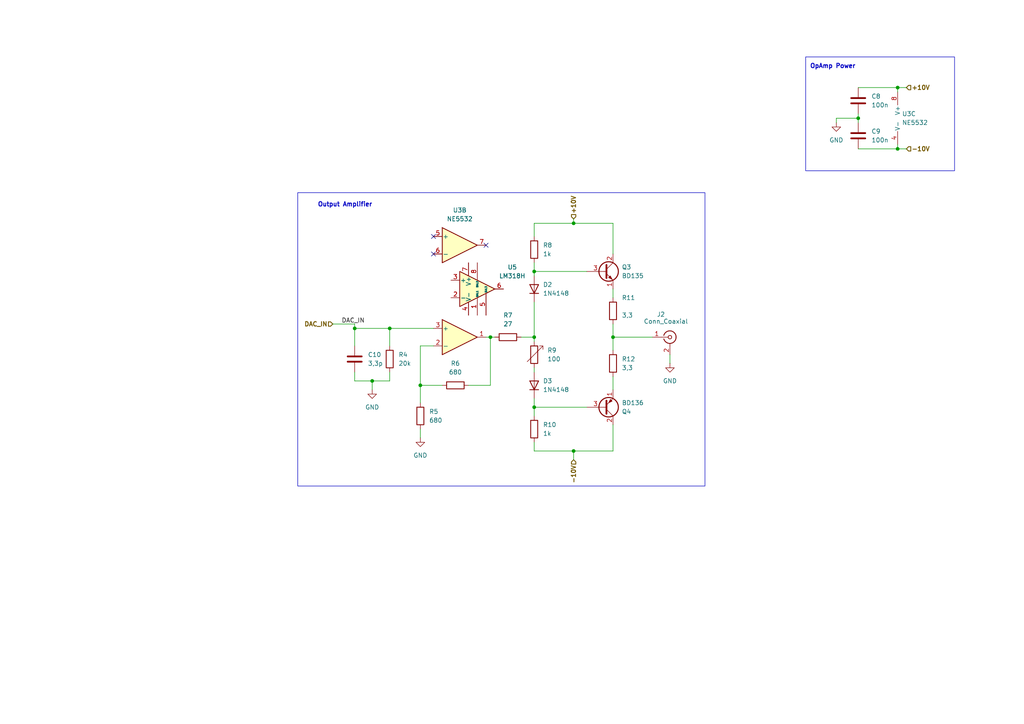
<source format=kicad_sch>
(kicad_sch (version 20231120) (generator "eeschema") (generator_version "8.0")
  (paper "A4")
  (lib_symbols
    (symbol "Amplifier_Operational:LM318H" (pin_names (offset 0.127))
      (property "Reference" "U" (at 3.81 3.81 0))
      (property "Value" "LM318H" (at 3.81 -3.81 0))
      (symbol "LM318H_0_1"
        (polyline (pts (xy 5.08 0) (xy -5.08 5.08) (xy -5.08 -5.08) (xy 5.08 0)) (stroke (width 0.254)) (fill (type background)))
      )
      (symbol "LM318H_1_1"
        (pin passive line (at 0 -7.62 90) (length 5.08) (name "BAL1") (number "1"))
        (pin input line (at -7.62 -2.54 0) (length 2.54) (name "-") (number "2"))
        (pin input line (at -7.62 2.54 0) (length 2.54) (name "+") (number "3"))
        (pin power_in line (at -2.54 -7.62 90) (length 3.81) (name "V-") (number "4"))
        (pin passive line (at 2.54 -7.62 90) (length 6.35) (name "BAL3") (number "5"))
        (pin output line (at 7.62 0 180) (length 2.54) (name "~") (number "6"))
        (pin power_in line (at -2.54 7.62 270) (length 3.81) (name "V+") (number "7"))
        (pin passive line (at 0 7.62 270) (length 5.08) (name "BAL2") (number "8"))
      )
    )
    (symbol "Amplifier_Operational:NE5532" (pin_names (offset 0.127))
      (property "Reference" "U" (at 0 5.08 0))
      (property "Value" "NE5532" (at 0 -5.08 0))
      (symbol "NE5532_1_1"
        (polyline (pts (xy -5.08 5.08) (xy 5.08 0) (xy -5.08 -5.08) (xy -5.08 5.08)) (stroke (width 0.254)) (fill (type background)))
        (pin output line (at 7.62 0 180) (length 2.54) (name "~") (number "1"))
        (pin input line (at -7.62 -2.54 0) (length 2.54) (name "-") (number "2"))
        (pin input line (at -7.62 2.54 0) (length 2.54) (name "+") (number "3"))
      )
      (symbol "NE5532_2_1"
        (polyline (pts (xy -5.08 5.08) (xy 5.08 0) (xy -5.08 -5.08) (xy -5.08 5.08)) (stroke (width 0.254)) (fill (type background)))
        (pin input line (at -7.62 2.54 0) (length 2.54) (name "+") (number "5"))
        (pin input line (at -7.62 -2.54 0) (length 2.54) (name "-") (number "6"))
        (pin output line (at 7.62 0 180) (length 2.54) (name "~") (number "7"))
      )
      (symbol "NE5532_3_1"
        (pin power_in line (at -2.54 -7.62 90) (length 3.81) (name "V-") (number "4"))
        (pin power_in line (at -2.54 7.62 270) (length 3.81) (name "V+") (number "8"))
      )
    )
    (symbol "Connector:Conn_Coaxial" (pin_names (offset 1.016) hide)
      (property "Reference" "J" (at 0.254 3.048 0))
      (property "Value" "Conn_Coaxial" (at 2.921 0 90))
      (symbol "Conn_Coaxial_0_1"
        (arc (start -1.778 -0.508) (mid 0.2311 -1.8066) (end 1.778 0) (stroke (width 0.254)))
        (polyline (pts (xy -2.54 0) (xy -0.508 0)))
        (polyline (pts (xy 0 -2.54) (xy 0 -1.778)))
        (circle (center 0 0) (radius 0.508) (stroke (width 0.2032)))
        (arc (start 1.778 0) (mid 0.2099 1.8101) (end -1.778 0.508) (stroke (width 0.254)))
      )
      (symbol "Conn_Coaxial_1_1"
        (pin passive line (at -5.08 0 0) (length 2.54) (name "In") (number "1"))
        (pin passive line (at 0 -5.08 90) (length 2.54) (name "Ext") (number "2"))
      )
    )
    (symbol "Device:C" (pin_numbers hide) (pin_names (offset 0.254))
      (property "Reference" "C" (at 0.635 2.54 0))
      (property "Value" "C" (at 0.635 -2.54 0))
      (symbol "C_0_1"
        (polyline (pts (xy -2.032 -0.762) (xy 2.032 -0.762)) (stroke (width 0.508)))
        (polyline (pts (xy -2.032 0.762) (xy 2.032 0.762)) (stroke (width 0.508)))
      )
      (symbol "C_1_1"
        (pin passive line (at 0 3.81 270) (length 2.794) (name "~") (number "1"))
        (pin passive line (at 0 -3.81 90) (length 2.794) (name "~") (number "2"))
      )
    )
    (symbol "Device:R" (pin_numbers hide) (pin_names (offset 0))
      (property "Reference" "R" (at 2.032 0 90))
      (property "Value" "R" (at 0 0 90))
      (symbol "R_0_1"
        (rectangle (start -1.016 -2.54) (end 1.016 2.54) (stroke (width 0.254)))
      )
      (symbol "R_1_1"
        (pin passive line (at 0 3.81 270) (length 1.27) (name "~") (number "1"))
        (pin passive line (at 0 -3.81 90) (length 1.27) (name "~") (number "2"))
      )
    )
    (symbol "Device:R_Variable" (pin_numbers hide) (pin_names (offset 0))
      (property "Reference" "R" (at 2.54 -2.54 90))
      (property "Value" "R_Variable" (at -2.54 -1.27 90))
      (symbol "R_Variable_0_1"
        (rectangle (start -1.016 -2.54) (end 1.016 2.54) (stroke (width 0.254)))
        (polyline (pts (xy 2.54 1.524) (xy 2.54 2.54) (xy 1.524 2.54) (xy 2.54 2.54) (xy -2.032 -2.032)))
      )
      (symbol "R_Variable_1_1"
        (pin passive line (at 0 3.81 270) (length 1.27) (name "~") (number "1"))
        (pin passive line (at 0 -3.81 90) (length 1.27) (name "~") (number "2"))
      )
    )
    (symbol "Diode:1N4148" (pin_numbers hide) (pin_names hide)
      (property "Reference" "D" (at 0 2.54 0))
      (property "Value" "1N4148" (at 0 -2.54 0))
      (symbol "1N4148_0_1"
        (polyline (pts (xy -1.27 1.27) (xy -1.27 -1.27)) (stroke (width 0.254)))
        (polyline (pts (xy 1.27 0) (xy -1.27 0)))
        (polyline (pts (xy 1.27 1.27) (xy 1.27 -1.27) (xy -1.27 0) (xy 1.27 1.27)) (stroke (width 0.254)))
      )
      (symbol "1N4148_1_1"
        (pin passive line (at -3.81 0 0) (length 2.54) (name "K") (number "1"))
        (pin passive line (at 3.81 0 180) (length 2.54) (name "A") (number "2"))
      )
    )
    (symbol "Transistor_BJT:BD135" (pin_names (offset 0) hide)
      (property "Reference" "Q" (at 5.08 1.905 0))
      (property "Value" "BD135" (at 5.08 0 0))
      (symbol "BD135_0_1"
        (polyline (pts (xy 0 0) (xy 0.635 0)))
        (polyline (pts (xy 2.54 -2.54) (xy 0.635 -0.635)))
        (polyline (pts (xy 2.54 2.54) (xy 0.635 0.635)))
        (polyline (pts (xy 0.635 1.905) (xy 0.635 -1.905) (xy 0.635 -1.905)) (stroke (width 0.508)) (fill (type outline)))
        (polyline (pts (xy 1.2446 -1.778) (xy 1.7526 -1.27) (xy 2.286 -2.286) (xy 1.2446 -1.778) (xy 1.2446 -1.778)) (fill (type outline)))
        (circle (center 1.27 0) (radius 2.8194) (stroke (width 0.3048)))
      )
      (symbol "BD135_1_1"
        (pin passive line (at 2.54 -5.08 90) (length 2.54) (name "E") (number "1"))
        (pin passive line (at 2.54 5.08 270) (length 2.54) (name "C") (number "2"))
        (pin input line (at -5.08 0 0) (length 5.08) (name "B") (number "3"))
      )
    )
    (symbol "Transistor_BJT:BD136" (pin_names (offset 0) hide)
      (property "Reference" "Q" (at 5.08 1.905 0))
      (property "Value" "BD136" (at 5.08 0 0))
      (symbol "BD136_0_1"
        (polyline (pts (xy 0 0) (xy 0.635 0)))
        (polyline (pts (xy 2.54 -2.54) (xy 0.635 -0.635)))
        (polyline (pts (xy 2.54 2.54) (xy 0.635 0.635)))
        (polyline (pts (xy 0.635 1.905) (xy 0.635 -1.905) (xy 0.635 -1.905)) (stroke (width 0.508)) (fill (type outline)))
        (polyline (pts (xy 1.778 -2.286) (xy 2.286 -1.778) (xy 1.27 -1.27) (xy 1.778 -2.286) (xy 1.778 -2.286)) (fill (type outline)))
        (circle (center 1.27 0) (radius 2.8194) (stroke (width 0.3048)))
      )
      (symbol "BD136_1_1"
        (pin passive line (at 2.54 -5.08 90) (length 2.54) (name "E") (number "1"))
        (pin passive line (at 2.54 5.08 270) (length 2.54) (name "C") (number "2"))
        (pin input line (at -5.08 0 0) (length 5.08) (name "B") (number "3"))
      )
    )
    (symbol "power:GND" (power) (pin_numbers hide) (pin_names (offset 0) hide)
      (property "Value" "GND" (at 0 -3.81 0))
      (symbol "GND_0_1"
        (polyline (pts (xy 0 0) (xy 0 -1.27) (xy 1.27 -1.27) (xy 0 -2.54) (xy -1.27 -1.27) (xy 0 -1.27)))
      )
      (symbol "GND_1_1"
        (pin power_in line (at 0 0 270) (length 0) (name "~") (number "1"))
      )
    )
  )
  (junction (at 166.37 64.77))
  (junction (at 260.35 25.4))
  (junction (at 154.94 118.11))
  (junction (at 166.37 130.81))
  (junction (at 248.92 34.29))
  (junction (at 107.95 110.49))
  (junction (at 121.92 111.76))
  (junction (at 154.94 97.79))
  (junction (at 177.8 97.79))
  (junction (at 102.87 95.25))
  (junction (at 142.24 97.79))
  (junction (at 113.03 95.25))
  (junction (at 260.35 43.18))
  (junction (at 154.94 78.74))
  (no_connect (at 140.97 71.12))
  (no_connect (at 125.73 73.66))
  (no_connect (at 125.73 68.58))
  (wire (pts (xy 154.94 107.95) (xy 154.94 106.68)))
  (wire (pts (xy 262.89 43.18) (xy 260.35 43.18)))
  (wire (pts (xy 177.8 93.98) (xy 177.8 97.79)))
  (wire (pts (xy 154.94 120.65) (xy 154.94 118.11)))
  (wire (pts (xy 248.92 34.29) (xy 248.92 35.56)))
  (wire (pts (xy 177.8 109.22) (xy 177.8 113.03)))
  (wire (pts (xy 107.95 110.49) (xy 113.03 110.49)))
  (wire (pts (xy 154.94 64.77) (xy 166.37 64.77)))
  (wire (pts (xy 96.52 93.98) (xy 102.87 93.98)))
  (wire (pts (xy 154.94 87.63) (xy 154.94 97.79)))
  (wire (pts (xy 154.94 130.81) (xy 154.94 128.27)))
  (wire (pts (xy 166.37 64.77) (xy 177.8 64.77)))
  (wire (pts (xy 242.57 34.29) (xy 248.92 34.29)))
  (wire (pts (xy 121.92 100.33) (xy 121.92 111.76)))
  (wire (pts (xy 121.92 124.46) (xy 121.92 127)))
  (wire (pts (xy 125.73 95.25) (xy 113.03 95.25)))
  (wire (pts (xy 154.94 78.74) (xy 154.94 80.01)))
  (wire (pts (xy 177.8 130.81) (xy 177.8 123.19)))
  (wire (pts (xy 151.13 97.79) (xy 154.94 97.79)))
  (wire (pts (xy 177.8 97.79) (xy 189.23 97.79)))
  (wire (pts (xy 260.35 25.4) (xy 262.89 25.4)))
  (wire (pts (xy 154.94 64.77) (xy 154.94 68.58)))
  (wire (pts (xy 102.87 95.25) (xy 113.03 95.25)))
  (wire (pts (xy 248.92 25.4) (xy 260.35 25.4)))
  (wire (pts (xy 194.31 102.87) (xy 194.31 105.41)))
  (wire (pts (xy 125.73 100.33) (xy 121.92 100.33)))
  (wire (pts (xy 166.37 130.81) (xy 177.8 130.81)))
  (wire (pts (xy 102.87 93.98) (xy 102.87 95.25)))
  (wire (pts (xy 107.95 110.49) (xy 107.95 113.03)))
  (wire (pts (xy 113.03 95.25) (xy 113.03 100.33)))
  (wire (pts (xy 102.87 95.25) (xy 102.87 100.33)))
  (wire (pts (xy 102.87 110.49) (xy 107.95 110.49)))
  (wire (pts (xy 166.37 63.5) (xy 166.37 64.77)))
  (wire (pts (xy 177.8 97.79) (xy 177.8 101.6)))
  (wire (pts (xy 154.94 118.11) (xy 154.94 115.57)))
  (wire (pts (xy 177.8 64.77) (xy 177.8 73.66)))
  (wire (pts (xy 142.24 97.79) (xy 142.24 111.76)))
  (wire (pts (xy 154.94 118.11) (xy 170.18 118.11)))
  (wire (pts (xy 166.37 130.81) (xy 166.37 133.35)))
  (wire (pts (xy 154.94 78.74) (xy 170.18 78.74)))
  (wire (pts (xy 260.35 25.4) (xy 260.35 26.67)))
  (wire (pts (xy 135.89 111.76) (xy 142.24 111.76)))
  (wire (pts (xy 248.92 43.18) (xy 260.35 43.18)))
  (wire (pts (xy 140.97 97.79) (xy 142.24 97.79)))
  (wire (pts (xy 128.27 111.76) (xy 121.92 111.76)))
  (wire (pts (xy 121.92 111.76) (xy 121.92 116.84)))
  (wire (pts (xy 154.94 130.81) (xy 166.37 130.81)))
  (wire (pts (xy 102.87 107.95) (xy 102.87 110.49)))
  (wire (pts (xy 242.57 35.56) (xy 242.57 34.29)))
  (wire (pts (xy 142.24 97.79) (xy 143.51 97.79)))
  (wire (pts (xy 154.94 99.06) (xy 154.94 97.79)))
  (wire (pts (xy 177.8 83.82) (xy 177.8 86.36)))
  (wire (pts (xy 248.92 33.02) (xy 248.92 34.29)))
  (wire (pts (xy 113.03 107.95) (xy 113.03 110.49)))
  (wire (pts (xy 260.35 41.91) (xy 260.35 43.18)))
  (wire (pts (xy 154.94 76.2) (xy 154.94 78.74)))
  (rectangle (start 233.68 16.51) (end 276.86 49.53))
  (rectangle (start 86.36 55.88) (end 204.47 140.97))
  (text "OpAmp Power\n" (at 241.554 19.304 0) (effects (font (size 1.27 1.27) (thickness 0.254) (bold yes))))
  (text "Output Amplifier" (at 100.076 59.436 0) (effects (font (size 1.27 1.27) (bold yes))))
  (label "DAC_IN" (at 99.06 93.98 0))
  (hierarchical_label "DAC_IN" (shape input) (at 96.52 93.98 180) (effects (font (thickness 0.254) (bold yes))))
  (hierarchical_label "-10V" (shape input) (at 262.89 43.18 0) (effects (font (thickness 0.254) (bold yes))))
  (hierarchical_label "-10V" (shape input) (at 166.37 133.35 270) (effects (font (thickness 0.254) (bold yes))))
  (hierarchical_label "+10V" (shape input) (at 262.89 25.4 0) (effects (font (thickness 0.254) (bold yes))))
  (hierarchical_label "+10V" (shape input) (at 166.37 63.5 90) (effects (font (thickness 0.254) (bold yes))))
  (symbol (lib_id "Device:R") (at 113.03 104.14 180) (unit 1)
    (property "Reference" "R4" (at 115.57 102.8699 0) (effects (justify right)))
    (property "Value" "20k" (at 115.57 105.4099 0) (effects (justify right)))
    (property "Footprint" "Resistor_SMD:R_0805_2012Metric_Pad1.20x1.40mm_HandSolder" (effects (hide yes)))
    (property "Description" "Resistor" (effects (hide yes)))
  )
  (symbol (lib_id "Connector:Conn_Coaxial") (at 194.31 97.79 0) (unit 1)
    (property "Reference" "J2" (at 190.5 91.186 0) (effects (justify left)))
    (property "Value" "Conn_Coaxial" (at 186.69 93.218 0) (effects (justify left)))
    (property "Datasheet" " ~" (effects (hide yes)))
    (property "Description" "coaxial connector (BNC, SMA, SMB, SMC, Cinch/RCA, LEMO, ...)" (effects (hide yes)))
  )
  (symbol (lib_id "Device:C") (at 248.92 39.37 0) (unit 1)
    (property "Reference" "C9" (at 252.73 38.0999 0) (effects (justify left)))
    (property "Value" "100n" (at 252.73 40.6399 0) (effects (justify left)))
    (property "Footprint" "Capacitor_SMD:C_0805_2012Metric_Pad1.18x1.45mm_HandSolder" (effects (hide yes)))
    (property "Description" "Unpolarized capacitor" (effects (hide yes)))
  )
  (symbol (lib_id "Device:C") (at 248.92 29.21 0) (unit 1)
    (property "Reference" "C8" (at 252.73 27.9399 0) (effects (justify left)))
    (property "Value" "100n" (at 252.73 30.4799 0) (effects (justify left)))
    (property "Footprint" "Capacitor_SMD:C_0805_2012Metric_Pad1.18x1.45mm_HandSolder" (effects (hide yes)))
    (property "Description" "Unpolarized capacitor" (effects (hide yes)))
  )
  (symbol (lib_id "Transistor_BJT:BD135") (at 175.26 78.74 0) (unit 1)
    (property "Reference" "Q3" (at 180.34 77.4699 0) (effects (justify left)))
    (property "Value" "BD135" (at 180.34 80.0099 0) (effects (justify left)))
    (property "Footprint" "Package_TO_SOT_THT:TO-126-3_Vertical" (effects (hide yes)))
    (property "Datasheet" "http://www.st.com/internet/com/TECHNICAL_RESOURCES/TECHNICAL_LITERATURE/DATASHEET/CD00001225.pdf" (effects (hide yes)))
    (property "Description" "1.5A Ic, 45V Vce, Low Voltage Transistor, TO-126" (effects (hide yes)))
  )
  (symbol (lib_id "Amplifier_Operational:NE5532") (at 133.35 71.12 0) (unit 2)
    (property "Reference" "U3" (at 133.35 60.96 0))
    (property "Value" "NE5532" (at 133.35 63.5 0))
    (property "Datasheet" "http://www.ti.com/lit/ds/symlink/ne5532.pdf" (effects (hide yes)))
    (property "Description" "Dual Low-Noise Operational Amplifiers, DIP-8/SOIC-8" (effects (hide yes)))
  )
  (symbol (lib_id "Device:R") (at 147.32 97.79 90) (unit 1)
    (property "Reference" "R7" (at 147.32 91.44 90))
    (property "Value" "27" (at 147.32 93.98 90))
    (property "Footprint" "Resistor_SMD:R_0805_2012Metric_Pad1.20x1.40mm_HandSolder" (effects (hide yes)))
    (property "Description" "Resistor" (effects (hide yes)))
  )
  (symbol (lib_id "Transistor_BJT:BD136") (at 175.26 118.11 0) (mirror x) (unit 1)
    (property "Reference" "Q4" (at 180.34 119.3801 0) (effects (justify left)))
    (property "Value" "BD136" (at 180.34 116.8401 0) (effects (justify left)))
    (property "Footprint" "Package_TO_SOT_THT:TO-126-3_Vertical" (effects (hide yes)))
    (property "Datasheet" "http://www.st.com/internet/com/TECHNICAL_RESOURCES/TECHNICAL_LITERATURE/DATASHEET/CD00001225.pdf" (effects (hide yes)))
    (property "Description" "1.5A Ic, 45V Vce, Low Voltage Transistor, TO-126" (effects (hide yes)))
  )
  (symbol (lib_id "Amplifier_Operational:NE5532") (at 262.89 34.29 0) (unit 3)
    (property "Reference" "U3" (at 261.62 33.0199 0) (effects (justify left)))
    (property "Value" "NE5532" (at 261.62 35.5599 0) (effects (justify left)))
    (property "Datasheet" "http://www.ti.com/lit/ds/symlink/ne5532.pdf" (effects (hide yes)))
    (property "Description" "Dual Low-Noise Operational Amplifiers, DIP-8/SOIC-8" (effects (hide yes)))
  )
  (symbol (lib_id "Device:R") (at 177.8 90.17 180) (unit 1)
    (property "Reference" "R11" (at 180.34 86.3599 0) (effects (justify right)))
    (property "Value" "3,3" (at 180.34 91.4399 0) (effects (justify right)))
    (property "Footprint" "Resistor_SMD:R_0805_2012Metric_Pad1.20x1.40mm_HandSolder" (effects (hide yes)))
    (property "Description" "Resistor" (effects (hide yes)))
  )
  (symbol (lib_id "Amplifier_Operational:LM318H") (at 138.43 83.82 0) (unit 1)
    (property "Reference" "U5" (at 148.59 77.5014 0))
    (property "Value" "LM318H" (at 148.59 80.0414 0))
    (property "Footprint" "Package_DIP:DIP-8_W7.62mm" (effects (hide yes)))
    (property "Datasheet" "http://www.ti.com/lit/ds/symlink/lm318-n.pdf" (effects (hide yes)))
    (property "Description" "Operational Amplifier, TO-99-8" (effects (hide yes)))
  )
  (symbol (lib_id "power:GND") (at 242.57 35.56 0) (unit 1)
    (property "Reference" "#PWR013" (effects (hide yes)))
    (property "Value" "GND" (at 242.57 40.64 0))
    (property "Description" "Power symbol creates a global label with name \"GND\" , ground" (effects (hide yes)))
  )
  (symbol (lib_id "Diode:1N4148") (at 154.94 111.76 90) (unit 1)
    (property "Reference" "D3" (at 157.48 110.4899 90) (effects (justify right)))
    (property "Value" "1N4148" (at 157.48 113.0299 90) (effects (justify right)))
    (property "Footprint" "Diode_THT:D_DO-35_SOD27_P7.62mm_Horizontal" (effects (hide yes)))
    (property "Datasheet" "https://assets.nexperia.com/documents/data-sheet/1N4148_1N4448.pdf" (effects (hide yes)))
    (property "Description" "100V 0.15A standard switching diode, DO-35" (effects (hide yes)))
    (property "Sim.Device" "D" (effects (hide yes)))
    (property "Sim.Pins" "1=K 2=A" (effects (hide yes)))
  )
  (symbol (lib_id "Device:R") (at 132.08 111.76 90) (unit 1)
    (property "Reference" "R6" (at 132.08 105.41 90))
    (property "Value" "680" (at 132.08 107.95 90))
    (property "Footprint" "Resistor_SMD:R_0805_2012Metric_Pad1.20x1.40mm_HandSolder" (effects (hide yes)))
    (property "Description" "Resistor" (effects (hide yes)))
  )
  (symbol (lib_id "Device:R") (at 154.94 72.39 180) (unit 1)
    (property "Reference" "R8" (at 157.48 71.1199 0) (effects (justify right)))
    (property "Value" "1k" (at 157.48 73.6599 0) (effects (justify right)))
    (property "Footprint" "Resistor_SMD:R_0805_2012Metric_Pad1.20x1.40mm_HandSolder" (effects (hide yes)))
    (property "Description" "Resistor" (effects (hide yes)))
  )
  (symbol (lib_id "power:GND") (at 194.31 105.41 0) (unit 1)
    (property "Reference" "#PWR025" (effects (hide yes)))
    (property "Value" "GND" (at 194.31 110.49 0))
    (property "Description" "Power symbol creates a global label with name \"GND\" , ground" (effects (hide yes)))
  )
  (symbol (lib_id "Diode:1N4148") (at 154.94 83.82 90) (unit 1)
    (property "Reference" "D2" (at 157.48 82.5499 90) (effects (justify right)))
    (property "Value" "1N4148" (at 157.48 85.0899 90) (effects (justify right)))
    (property "Footprint" "Diode_THT:D_DO-35_SOD27_P7.62mm_Horizontal" (effects (hide yes)))
    (property "Datasheet" "https://assets.nexperia.com/documents/data-sheet/1N4148_1N4448.pdf" (effects (hide yes)))
    (property "Description" "100V 0.15A standard switching diode, DO-35" (effects (hide yes)))
    (property "Sim.Device" "D" (effects (hide yes)))
    (property "Sim.Pins" "1=K 2=A" (effects (hide yes)))
  )
  (symbol (lib_id "Device:C") (at 102.87 104.14 0) (unit 1)
    (property "Reference" "C10" (at 106.68 102.8699 0) (effects (justify left)))
    (property "Value" "3,3p" (at 106.68 105.4099 0) (effects (justify left)))
    (property "Footprint" "Capacitor_SMD:C_0805_2012Metric_Pad1.18x1.45mm_HandSolder" (effects (hide yes)))
    (property "Description" "Unpolarized capacitor" (effects (hide yes)))
  )
  (symbol (lib_id "power:GND") (at 107.95 113.03 0) (unit 1)
    (property "Reference" "#PWR014" (effects (hide yes)))
    (property "Value" "GND" (at 107.95 118.11 0))
    (property "Description" "Power symbol creates a global label with name \"GND\" , ground" (effects (hide yes)))
  )
  (symbol (lib_id "Device:R") (at 121.92 120.65 180) (unit 1)
    (property "Reference" "R5" (at 124.46 119.3799 0) (effects (justify right)))
    (property "Value" "680" (at 124.46 121.9199 0) (effects (justify right)))
    (property "Footprint" "Resistor_SMD:R_0805_2012Metric_Pad1.20x1.40mm_HandSolder" (effects (hide yes)))
    (property "Description" "Resistor" (effects (hide yes)))
  )
  (symbol (lib_id "power:GND") (at 121.92 127 0) (unit 1)
    (property "Reference" "#PWR015" (effects (hide yes)))
    (property "Value" "GND" (at 121.92 132.08 0))
    (property "Description" "Power symbol creates a global label with name \"GND\" , ground" (effects (hide yes)))
  )
  (symbol (lib_id "Device:R") (at 177.8 105.41 180) (unit 1)
    (property "Reference" "R12" (at 180.34 104.1399 0) (effects (justify right)))
    (property "Value" "3,3" (at 180.34 106.6799 0) (effects (justify right)))
    (property "Footprint" "Resistor_SMD:R_0805_2012Metric_Pad1.20x1.40mm_HandSolder" (effects (hide yes)))
    (property "Description" "Resistor" (effects (hide yes)))
  )
  (symbol (lib_id "Device:R") (at 154.94 124.46 180) (unit 1)
    (property "Reference" "R10" (at 157.48 123.1899 0) (effects (justify right)))
    (property "Value" "1k" (at 157.48 125.7299 0) (effects (justify right)))
    (property "Footprint" "Resistor_SMD:R_0805_2012Metric_Pad1.20x1.40mm_HandSolder" (effects (hide yes)))
    (property "Description" "Resistor" (effects (hide yes)))
  )
  (symbol (lib_id "Amplifier_Operational:NE5532") (at 133.35 97.79 0) (unit 1)
    (property "Reference" "U3" (effects (hide yes)))
    (property "Value" "NE5532" (effects (hide yes)))
    (property "Datasheet" "http://www.ti.com/lit/ds/symlink/ne5532.pdf" (effects (hide yes)))
    (property "Description" "Dual Low-Noise Operational Amplifiers, DIP-8/SOIC-8" (effects (hide yes)))
  )
  (symbol (lib_id "Device:R_Variable") (at 154.94 102.87 0) (unit 1)
    (property "Reference" "R9" (at 158.75 101.5999 0) (effects (justify left)))
    (property "Value" "100" (at 158.75 104.1399 0) (effects (justify left)))
    (property "Footprint" "Potentiometer_THT:Potentiometer_ACP_CA9-V10_Vertical" (effects (hide yes)))
    (property "Description" "Variable resistor" (effects (hide yes)))
  )
)
</source>
